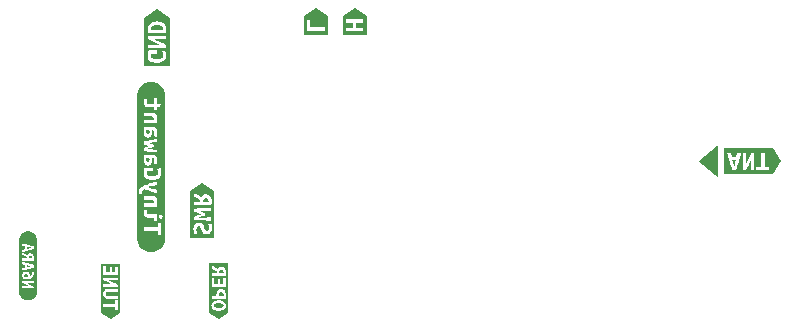
<source format=gbr>
%TF.GenerationSoftware,KiCad,Pcbnew,9.0.5*%
%TF.CreationDate,2025-11-29T21:51:22-08:00*%
%TF.ProjectId,TinyGawant,54696e79-4761-4776-916e-742e6b696361,rev?*%
%TF.SameCoordinates,Original*%
%TF.FileFunction,Legend,Bot*%
%TF.FilePolarity,Positive*%
%FSLAX46Y46*%
G04 Gerber Fmt 4.6, Leading zero omitted, Abs format (unit mm)*
G04 Created by KiCad (PCBNEW 9.0.5) date 2025-11-29 21:51:22*
%MOMM*%
%LPD*%
G01*
G04 APERTURE LIST*
%ADD10C,0.100000*%
%ADD11C,0.000000*%
G04 APERTURE END LIST*
D10*
X171704000Y-125720595D02*
X170180000Y-124460000D01*
X171704000Y-123190000D01*
X171704000Y-125720595D01*
G36*
X171704000Y-125720595D02*
G01*
X170180000Y-124460000D01*
X171704000Y-123190000D01*
X171704000Y-125720595D01*
G37*
D11*
%TO.C,kibuzzard-6923ECB0*%
G36*
X173305850Y-124509273D02*
G01*
X173273136Y-124658304D01*
X173234364Y-124808546D01*
X173189534Y-124969693D01*
X173144703Y-124808546D01*
X173105931Y-124658304D01*
X173072005Y-124509273D01*
X173041715Y-124354184D01*
X173334929Y-124354184D01*
X173305850Y-124509273D01*
G37*
G36*
X173456093Y-123356607D02*
G01*
X174658031Y-123356607D01*
X175765463Y-123356607D01*
X176160454Y-123356607D01*
X176463362Y-123356607D01*
X177198957Y-124460000D01*
X176463362Y-125563393D01*
X176160454Y-125563393D01*
X172607950Y-125563393D01*
X172305043Y-125563393D01*
X172305043Y-123760485D01*
X172607950Y-123760485D01*
X172650697Y-123934717D01*
X172693637Y-124102649D01*
X172736771Y-124264281D01*
X172780099Y-124419612D01*
X172823621Y-124568643D01*
X172877690Y-124748646D01*
X172930850Y-124923954D01*
X172983102Y-125094567D01*
X173034445Y-125260485D01*
X173359162Y-125260485D01*
X173909243Y-125260485D01*
X174149146Y-125260485D01*
X174216997Y-125149317D01*
X174284849Y-125029063D01*
X174351791Y-124904568D01*
X174416917Y-124780679D01*
X174478710Y-124658910D01*
X174535656Y-124540775D01*
X174586242Y-124431729D01*
X174628952Y-124337221D01*
X174628952Y-125260485D01*
X174897934Y-125260485D01*
X174897934Y-125013312D01*
X175069986Y-125013312D01*
X175069986Y-125260485D01*
X176160454Y-125260485D01*
X176160454Y-125013312D01*
X175765463Y-125013312D01*
X175765463Y-123760485D01*
X175464978Y-123760485D01*
X175464978Y-125013312D01*
X175069986Y-125013312D01*
X174897934Y-125013312D01*
X174897934Y-123760485D01*
X174658031Y-123760485D01*
X174588160Y-123926747D01*
X174514251Y-124092741D01*
X174436303Y-124258465D01*
X174354316Y-124424190D01*
X174268290Y-124590183D01*
X174178225Y-124756446D01*
X174178225Y-123760485D01*
X173909243Y-123760485D01*
X173909243Y-125260485D01*
X173359162Y-125260485D01*
X173412398Y-125093204D01*
X173465483Y-124920925D01*
X173518416Y-124743648D01*
X173571198Y-124561373D01*
X173613120Y-124411082D01*
X173654558Y-124255848D01*
X173695511Y-124095670D01*
X173735980Y-123930549D01*
X173775963Y-123760485D01*
X173456093Y-123760485D01*
X173385818Y-124107011D01*
X172985980Y-124107011D01*
X172918128Y-123760485D01*
X172607950Y-123760485D01*
X172305043Y-123760485D01*
X172305043Y-123356607D01*
X172607950Y-123356607D01*
X173456093Y-123356607D01*
G37*
%TO.C,kibuzzard-6923F404*%
G36*
X142099423Y-112183464D02*
G01*
X142099423Y-112486372D01*
X142099423Y-113479910D01*
X142099423Y-113782818D01*
X140094577Y-113782818D01*
X140094577Y-113479910D01*
X140094577Y-112784433D01*
X140296515Y-112784433D01*
X140958066Y-112784433D01*
X140958066Y-113181849D01*
X140296515Y-113181849D01*
X140296515Y-113479910D01*
X141796515Y-113479910D01*
X141796515Y-113181849D01*
X141205239Y-113181849D01*
X141205239Y-112784433D01*
X141796515Y-112784433D01*
X141796515Y-112486372D01*
X140296515Y-112486372D01*
X140296515Y-112784433D01*
X140094577Y-112784433D01*
X140094577Y-112486372D01*
X140094577Y-112183464D01*
X141097000Y-111515182D01*
X142099423Y-112183464D01*
G37*
%TO.C,kibuzzard-6923ED1D*%
G36*
X124522015Y-112973302D02*
G01*
X124684373Y-113024191D01*
X124797055Y-113123544D01*
X124839462Y-113285903D01*
X124838250Y-113329522D01*
X124832192Y-113373141D01*
X123824115Y-113373141D01*
X123821691Y-113346485D01*
X123821691Y-113319829D01*
X123860464Y-113148989D01*
X123967087Y-113037519D01*
X124128234Y-112976937D01*
X124226074Y-112963306D01*
X124333000Y-112958763D01*
X124522015Y-112973302D01*
G37*
G36*
X125418622Y-112352947D02*
G01*
X125418622Y-112655855D01*
X125418622Y-116159893D01*
X125418622Y-116462801D01*
X123247378Y-116462801D01*
X123247378Y-116159893D01*
X123247378Y-115546808D01*
X123550286Y-115546808D01*
X123562705Y-115680390D01*
X123599963Y-115800039D01*
X123661756Y-115904542D01*
X123747782Y-115992688D01*
X123858040Y-116063569D01*
X123992532Y-116116275D01*
X124150952Y-116148989D01*
X124333000Y-116159893D01*
X124513230Y-116147171D01*
X124671045Y-116109005D01*
X124805839Y-116049029D01*
X124917006Y-115970879D01*
X125003941Y-115875766D01*
X125066037Y-115764901D01*
X125103295Y-115641921D01*
X125115714Y-115510459D01*
X125102386Y-115354158D01*
X125072095Y-115234207D01*
X125035746Y-115150604D01*
X125006667Y-115100927D01*
X124769187Y-115178472D01*
X124829769Y-115309328D01*
X124856425Y-115469263D01*
X124817653Y-115648585D01*
X124709817Y-115768536D01*
X124545036Y-115836388D01*
X124444167Y-115851836D01*
X124333000Y-115856985D01*
X124169430Y-115847562D01*
X124037362Y-115819290D01*
X123936796Y-115772171D01*
X123841380Y-115667365D01*
X123809575Y-115522575D01*
X123811998Y-115464417D01*
X123819268Y-115406258D01*
X124366926Y-115406258D01*
X124366926Y-115108197D01*
X123618137Y-115108197D01*
X123574519Y-115274191D01*
X123556344Y-115398686D01*
X123550286Y-115546808D01*
X123247378Y-115546808D01*
X123247378Y-114633237D01*
X123581788Y-114633237D01*
X123581788Y-114902220D01*
X125081788Y-114902220D01*
X125081788Y-114662317D01*
X124970621Y-114594465D01*
X124850367Y-114526614D01*
X124725872Y-114459671D01*
X124601982Y-114394546D01*
X124480213Y-114332753D01*
X124362079Y-114275806D01*
X124253032Y-114225221D01*
X124158525Y-114182511D01*
X125081788Y-114182511D01*
X125081788Y-113913528D01*
X123581788Y-113913528D01*
X123581788Y-114153431D01*
X123748051Y-114223302D01*
X123914045Y-114297212D01*
X124079769Y-114375160D01*
X124245493Y-114457147D01*
X124411487Y-114543173D01*
X124577750Y-114633237D01*
X123581788Y-114633237D01*
X123247378Y-114633237D01*
X123247378Y-114153431D01*
X123247378Y-113351331D01*
X123562402Y-113351331D01*
X123570884Y-113507632D01*
X123598751Y-113671202D01*
X125062402Y-113671202D01*
X125091481Y-113479764D01*
X125098751Y-113312559D01*
X125087847Y-113171101D01*
X125055132Y-113042365D01*
X124999095Y-112929380D01*
X124918218Y-112835176D01*
X124812200Y-112759752D01*
X124680738Y-112703108D01*
X124521712Y-112667668D01*
X124333000Y-112655855D01*
X124140048Y-112668880D01*
X123977992Y-112707955D01*
X123845015Y-112770051D01*
X123739300Y-112852139D01*
X123659636Y-112953007D01*
X123604809Y-113071444D01*
X123573004Y-113205027D01*
X123562402Y-113351331D01*
X123247378Y-113351331D01*
X123247378Y-112655855D01*
X123247378Y-112352947D01*
X124333000Y-111629199D01*
X125418622Y-112352947D01*
G37*
%TO.C,kibuzzard-6923F3E6*%
G36*
X138847908Y-112225737D02*
G01*
X138847908Y-112528645D01*
X138847908Y-113471294D01*
X138847908Y-113774202D01*
X136742092Y-113774202D01*
X136742092Y-113471294D01*
X137045000Y-113471294D01*
X138545000Y-113471294D01*
X138545000Y-113170809D01*
X137292173Y-113170809D01*
X137292173Y-112528645D01*
X137045000Y-112528645D01*
X137045000Y-113471294D01*
X136742092Y-113471294D01*
X136742092Y-112528645D01*
X136742092Y-112225737D01*
X137795000Y-111523798D01*
X138847908Y-112225737D01*
G37*
%TO.C,kibuzzard-692298D5*%
G36*
X129859548Y-133675613D02*
G01*
X129916737Y-133719232D01*
X129950178Y-133786598D01*
X129961325Y-133872382D01*
X129960355Y-133905338D01*
X129955509Y-133944110D01*
X129594927Y-133944110D01*
X129594927Y-133891768D01*
X129606801Y-133786598D01*
X129642423Y-133715354D01*
X129777157Y-133661073D01*
X129859548Y-133675613D01*
G37*
G36*
X129858821Y-135569393D02*
G01*
X129917706Y-135612285D01*
X129950420Y-135678925D01*
X129961325Y-135764466D01*
X129960355Y-135823593D01*
X129955509Y-135882721D01*
X129567787Y-135882721D01*
X129567787Y-135785791D01*
X129579176Y-135685467D01*
X129613344Y-135613254D01*
X129675137Y-135569635D01*
X129769402Y-135555096D01*
X129858821Y-135569393D01*
G37*
G36*
X129640727Y-136522220D02*
G01*
X129719968Y-136527309D01*
X129852763Y-136554450D01*
X129941939Y-136611639D01*
X129974895Y-136710508D01*
X129941939Y-136809377D01*
X129851793Y-136866566D01*
X129718998Y-136893707D01*
X129640485Y-136898795D01*
X129556155Y-136900492D01*
X129471583Y-136898795D01*
X129392342Y-136893707D01*
X129259548Y-136866566D01*
X129170372Y-136809377D01*
X129137415Y-136710508D01*
X129170372Y-136612608D01*
X129260517Y-136554450D01*
X129393312Y-136527309D01*
X129471826Y-136522220D01*
X129556155Y-136520524D01*
X129640727Y-136522220D01*
G37*
G36*
X130343877Y-133339264D02*
G01*
X130343877Y-137142818D01*
X130343877Y-137336679D01*
X129540000Y-137872597D01*
X128736123Y-137336679D01*
X128736123Y-137142818D01*
X128736123Y-136708569D01*
X128929984Y-136708569D01*
X128947539Y-136838348D01*
X129000205Y-136945941D01*
X129087981Y-137031348D01*
X129176490Y-137080116D01*
X129284023Y-137114950D01*
X129410578Y-137135851D01*
X129556155Y-137142818D01*
X129701733Y-137135669D01*
X129828288Y-137114223D01*
X129935820Y-137078480D01*
X130024330Y-137028440D01*
X130112106Y-136942279D01*
X130164771Y-136836302D01*
X130182326Y-136710508D01*
X130164771Y-136580836D01*
X130112106Y-136473567D01*
X130024330Y-136388698D01*
X129935820Y-136340354D01*
X129828288Y-136305823D01*
X129701733Y-136285104D01*
X129556155Y-136278198D01*
X129410578Y-136285225D01*
X129284023Y-136306307D01*
X129176490Y-136341445D01*
X129087981Y-136390637D01*
X129000205Y-136475936D01*
X128947539Y-136581913D01*
X128929984Y-136708569D01*
X128736123Y-136708569D01*
X128736123Y-136121170D01*
X128955186Y-136121170D01*
X130139677Y-136121170D01*
X130153247Y-136042656D01*
X130161971Y-135954450D01*
X130166817Y-135867212D01*
X130168756Y-135791606D01*
X130158309Y-135650519D01*
X130126968Y-135532263D01*
X130074733Y-135436841D01*
X129998805Y-135366835D01*
X129896381Y-135324832D01*
X129767464Y-135310831D01*
X129637254Y-135324940D01*
X129533538Y-135367266D01*
X129456317Y-135437810D01*
X129403005Y-135534202D01*
X129371018Y-135654073D01*
X129360355Y-135797422D01*
X129360355Y-135882721D01*
X128955186Y-135882721D01*
X128955186Y-136121170D01*
X128736123Y-136121170D01*
X128736123Y-135882721D01*
X128736123Y-135134417D01*
X128736123Y-134364789D01*
X128955186Y-134364789D01*
X128955186Y-135134417D01*
X130155186Y-135134417D01*
X130155186Y-134407438D01*
X129957447Y-134407438D01*
X129957447Y-134895968D01*
X129687981Y-134895968D01*
X129687981Y-134471412D01*
X129490242Y-134471412D01*
X129490242Y-134895968D01*
X129152924Y-134895968D01*
X129152924Y-134364789D01*
X128955186Y-134364789D01*
X128736123Y-134364789D01*
X128736123Y-133589345D01*
X128955186Y-133589345D01*
X129069321Y-133637568D01*
X129179095Y-133693060D01*
X129287415Y-133754369D01*
X129397189Y-133820039D01*
X129397189Y-133944110D01*
X128955186Y-133944110D01*
X128955186Y-134182560D01*
X130137738Y-134182560D01*
X130152278Y-134105984D01*
X130161971Y-134021655D01*
X130166817Y-133940233D01*
X130168756Y-133872382D01*
X130162940Y-133774482D01*
X130145493Y-133686275D01*
X130115929Y-133608731D01*
X130073764Y-133542818D01*
X129950662Y-133450734D01*
X129869483Y-133426744D01*
X129775218Y-133418747D01*
X129675380Y-133429409D01*
X129585234Y-133461396D01*
X129510113Y-133518101D01*
X129455347Y-133602915D01*
X129343877Y-133533125D01*
X129215929Y-133461396D01*
X129082165Y-133394514D01*
X128955186Y-133339264D01*
X128955186Y-133589345D01*
X128736123Y-133589345D01*
X128736123Y-133339264D01*
X128736123Y-133145403D01*
X130343877Y-133145403D01*
X130343877Y-133339264D01*
G37*
%TO.C,kibuzzard-692298E1*%
G36*
X121186307Y-133369959D02*
G01*
X121186307Y-137121170D01*
X121186307Y-137315031D01*
X120396000Y-137841903D01*
X119605693Y-137315031D01*
X119605693Y-137121170D01*
X119605693Y-136805177D01*
X119792446Y-136805177D01*
X120794708Y-136805177D01*
X120794708Y-137121170D01*
X120992446Y-137121170D01*
X120992446Y-136248795D01*
X120794708Y-136248795D01*
X120794708Y-136564789D01*
X119792446Y-136564789D01*
X119792446Y-136805177D01*
X119605693Y-136805177D01*
X119605693Y-136564789D01*
X119605693Y-135719555D01*
X119767244Y-135719555D01*
X119775241Y-135826421D01*
X119799231Y-135914385D01*
X119891315Y-136039425D01*
X119957712Y-136079167D01*
X120036711Y-136105338D01*
X120126856Y-136119878D01*
X120226695Y-136124724D01*
X120992446Y-136124724D01*
X120992446Y-135884337D01*
X120242204Y-135884337D01*
X120115225Y-135876582D01*
X120032834Y-135850411D01*
X119988246Y-135799038D01*
X119974675Y-135715677D01*
X119988246Y-135632317D01*
X120033803Y-135579975D01*
X120117163Y-135552834D01*
X120244142Y-135545080D01*
X120992446Y-135545080D01*
X120992446Y-135306631D01*
X120226695Y-135306631D01*
X120126856Y-135311477D01*
X120036711Y-135326017D01*
X119957712Y-135352673D01*
X119891315Y-135393868D01*
X119838246Y-135450088D01*
X119799231Y-135521816D01*
X119775241Y-135610992D01*
X119767244Y-135719555D01*
X119605693Y-135719555D01*
X119605693Y-134926663D01*
X119792446Y-134926663D01*
X119792446Y-135141849D01*
X120992446Y-135141849D01*
X120992446Y-134949926D01*
X120903512Y-134895645D01*
X120807309Y-134841364D01*
X120707712Y-134787810D01*
X120608601Y-134735710D01*
X120511186Y-134686275D01*
X120416679Y-134640718D01*
X120329441Y-134600249D01*
X120253835Y-134566081D01*
X120992446Y-134566081D01*
X120992446Y-134350896D01*
X119792446Y-134350896D01*
X119792446Y-134542818D01*
X119925456Y-134598715D01*
X120058251Y-134657842D01*
X120190830Y-134720201D01*
X120323410Y-134785791D01*
X120456205Y-134854611D01*
X120589215Y-134926663D01*
X119792446Y-134926663D01*
X119605693Y-134926663D01*
X119605693Y-134542818D01*
X119605693Y-134139587D01*
X119605693Y-133369959D01*
X119792446Y-133369959D01*
X119792446Y-134139587D01*
X120992446Y-134139587D01*
X120992446Y-133412608D01*
X120794708Y-133412608D01*
X120794708Y-133901138D01*
X120525241Y-133901138D01*
X120525241Y-133476582D01*
X120327502Y-133476582D01*
X120327502Y-133901138D01*
X119990184Y-133901138D01*
X119990184Y-133369959D01*
X119792446Y-133369959D01*
X119605693Y-133369959D01*
X119605693Y-133176097D01*
X121186307Y-133176097D01*
X121186307Y-133369959D01*
G37*
%TO.C,kibuzzard-6922A9F4*%
G36*
X128572725Y-127610343D02*
G01*
X128644212Y-127664866D01*
X128686013Y-127749075D01*
X128699947Y-127856304D01*
X128698735Y-127897500D01*
X128692677Y-127945965D01*
X128241950Y-127945965D01*
X128241950Y-127880537D01*
X128256792Y-127749075D01*
X128301320Y-127660020D01*
X128469737Y-127592169D01*
X128572725Y-127610343D01*
G37*
G36*
X129178137Y-126987968D02*
G01*
X129178137Y-127189907D01*
X129178137Y-130701215D01*
X129178137Y-131004123D01*
X127107863Y-131004123D01*
X127107863Y-130701215D01*
X127107863Y-130235949D01*
X127410771Y-130235949D01*
X127420767Y-130403760D01*
X127450754Y-130534010D01*
X127524664Y-130701215D01*
X127766990Y-130613978D01*
X127694292Y-130457677D01*
X127668848Y-130356809D01*
X127660367Y-130235949D01*
X127676118Y-130111151D01*
X127719737Y-130032395D01*
X127782742Y-129992411D01*
X127854228Y-129981506D01*
X127936619Y-130008162D01*
X128000835Y-130076013D01*
X128051724Y-130168097D01*
X128094131Y-130269875D01*
X128149866Y-130410424D01*
X128229834Y-130542492D01*
X128349785Y-130640634D01*
X128527895Y-130679406D01*
X128715698Y-130645177D01*
X128857459Y-130542492D01*
X128923425Y-130439772D01*
X128963005Y-130314166D01*
X128976199Y-130165674D01*
X128968323Y-130036333D01*
X128944696Y-129924560D01*
X128874422Y-129751296D01*
X128644212Y-129838534D01*
X128702370Y-129973025D01*
X128726603Y-130143865D01*
X128707486Y-130275798D01*
X128650135Y-130354958D01*
X128554551Y-130381345D01*
X128478218Y-130357112D01*
X128420060Y-130295319D01*
X128375229Y-130210505D01*
X128338880Y-130117209D01*
X128279511Y-129970602D01*
X128192273Y-129830052D01*
X128056570Y-129724640D01*
X127964789Y-129693744D01*
X127851805Y-129683445D01*
X127664910Y-129717673D01*
X127525876Y-129820359D01*
X127461928Y-129927387D01*
X127423560Y-130065917D01*
X127410771Y-130235949D01*
X127107863Y-130235949D01*
X127107863Y-128762605D01*
X127442273Y-128762605D01*
X127600694Y-128815917D01*
X127770625Y-128869228D01*
X127942374Y-128922540D01*
X128106247Y-128975852D01*
X127946918Y-129030375D01*
X127774260Y-129087322D01*
X127601603Y-129143057D01*
X127442273Y-129193946D01*
X127442273Y-129441118D01*
X127614628Y-129459293D01*
X127797281Y-129475044D01*
X127986296Y-129488675D01*
X128177733Y-129500488D01*
X128370989Y-129510484D01*
X128565456Y-129518663D01*
X128757196Y-129525327D01*
X128942273Y-129530779D01*
X128942273Y-129254527D01*
X128796877Y-129256950D01*
X128646635Y-129259374D01*
X128494272Y-129261797D01*
X128342515Y-129264220D01*
X128192879Y-129266644D01*
X128046877Y-129269067D01*
X127907237Y-129270884D01*
X127776683Y-129271490D01*
X127946312Y-129221813D01*
X128128057Y-129168501D01*
X128292838Y-129121248D01*
X128411578Y-129087322D01*
X128411578Y-128869228D01*
X128297685Y-128840149D01*
X128147443Y-128797742D01*
X127970544Y-128746854D01*
X127776683Y-128692330D01*
X127907237Y-128692936D01*
X128046877Y-128694753D01*
X128192576Y-128697177D01*
X128341304Y-128699600D01*
X128492455Y-128702023D01*
X128645423Y-128704446D01*
X128796574Y-128706264D01*
X128942273Y-128706870D01*
X128942273Y-128430618D01*
X128755379Y-128437887D01*
X128563032Y-128445157D01*
X128368565Y-128453033D01*
X128175310Y-128462120D01*
X127984175Y-128472722D01*
X127796069Y-128485141D01*
X127614325Y-128499378D01*
X127442273Y-128515432D01*
X127442273Y-128762605D01*
X127107863Y-128762605D01*
X127107863Y-128515432D01*
X127107863Y-127502508D01*
X127442273Y-127502508D01*
X127584943Y-127562786D01*
X127722160Y-127632152D01*
X127857560Y-127708788D01*
X127994777Y-127790876D01*
X127994777Y-127945965D01*
X127442273Y-127945965D01*
X127442273Y-128244026D01*
X128920464Y-128244026D01*
X128938638Y-128148307D01*
X128950754Y-128042896D01*
X128956813Y-127941118D01*
X128959236Y-127856304D01*
X128951966Y-127733929D01*
X128930157Y-127623671D01*
X128893202Y-127526740D01*
X128840496Y-127444349D01*
X128686619Y-127329244D01*
X128585145Y-127299257D01*
X128467313Y-127289261D01*
X128342515Y-127302589D01*
X128229834Y-127342572D01*
X128135932Y-127413453D01*
X128067475Y-127519471D01*
X127928137Y-127432233D01*
X127768202Y-127342572D01*
X127600997Y-127258970D01*
X127442273Y-127189907D01*
X127442273Y-127502508D01*
X127107863Y-127502508D01*
X127107863Y-127189907D01*
X127107863Y-126987968D01*
X128143000Y-126297877D01*
X129178137Y-126987968D01*
G37*
%TO.C,kibuzzard-676A6A04*%
G36*
X123694718Y-121926920D02*
G01*
X123698239Y-121999690D01*
X123692371Y-122086545D01*
X123672418Y-122160488D01*
X123632512Y-122210958D01*
X123564437Y-122229737D01*
X123457629Y-122173399D01*
X123425939Y-122027859D01*
X123427113Y-121936310D01*
X123432981Y-121858845D01*
X123686502Y-121858845D01*
X123694718Y-121926920D01*
G37*
G36*
X123694718Y-124274338D02*
G01*
X123698239Y-124347108D01*
X123692371Y-124433962D01*
X123672418Y-124507906D01*
X123632512Y-124558376D01*
X123564437Y-124577155D01*
X123457629Y-124520817D01*
X123425939Y-124375277D01*
X123427113Y-124283728D01*
X123432981Y-124206263D01*
X123686502Y-124206263D01*
X123694718Y-124274338D01*
G37*
G36*
X123942191Y-117776183D02*
G01*
X124058254Y-117793399D01*
X124172070Y-117821909D01*
X124282543Y-117861437D01*
X124388610Y-117911603D01*
X124489250Y-117971924D01*
X124583492Y-118041818D01*
X124670430Y-118120614D01*
X124749225Y-118207552D01*
X124819120Y-118301794D01*
X124879441Y-118402433D01*
X124929607Y-118508501D01*
X124969135Y-118618974D01*
X124997645Y-118732790D01*
X125014861Y-118848853D01*
X125020618Y-118966044D01*
X125020618Y-119161662D01*
X125020618Y-130774338D01*
X125020618Y-130969956D01*
X125014861Y-131087147D01*
X124997645Y-131203210D01*
X124969135Y-131317026D01*
X124929607Y-131427499D01*
X124879441Y-131533567D01*
X124819120Y-131634206D01*
X124749225Y-131728448D01*
X124670430Y-131815386D01*
X124583492Y-131894182D01*
X124489250Y-131964076D01*
X124388610Y-132024397D01*
X124282543Y-132074563D01*
X124172070Y-132114091D01*
X124058254Y-132142601D01*
X123942191Y-132159817D01*
X123825000Y-132165574D01*
X123707809Y-132159817D01*
X123591746Y-132142601D01*
X123477930Y-132114091D01*
X123367457Y-132074563D01*
X123261390Y-132024397D01*
X123160750Y-131964076D01*
X123066508Y-131894182D01*
X122979570Y-131815386D01*
X122900775Y-131728448D01*
X122830880Y-131634206D01*
X122770559Y-131533567D01*
X122720393Y-131427499D01*
X122680865Y-131317026D01*
X122652355Y-131203210D01*
X122635139Y-131087147D01*
X122629382Y-130969956D01*
X122629382Y-130774338D01*
X122629382Y-130391709D01*
X123219366Y-130391709D01*
X124432981Y-130391709D01*
X124432981Y-130774338D01*
X124672418Y-130774338D01*
X124672418Y-129718000D01*
X124432981Y-129718000D01*
X124432981Y-130100629D01*
X123219366Y-130100629D01*
X123219366Y-130391709D01*
X122629382Y-130391709D01*
X122629382Y-130100629D01*
X122629382Y-128875277D01*
X123193545Y-128875277D01*
X123201761Y-128978857D01*
X123226408Y-129064244D01*
X123321479Y-129186310D01*
X123472887Y-129250864D01*
X123568545Y-129264948D01*
X123677113Y-129269643D01*
X124083216Y-129269643D01*
X124083216Y-129574808D01*
X124322653Y-129574808D01*
X124322653Y-129175746D01*
X124456455Y-129175746D01*
X124505751Y-129303681D01*
X124639554Y-129356498D01*
X124775704Y-129303681D01*
X124825000Y-129175746D01*
X124775704Y-129046638D01*
X124639554Y-128992648D01*
X124505751Y-129046638D01*
X124456455Y-129175746D01*
X124322653Y-129175746D01*
X124322653Y-128980911D01*
X123639554Y-128980911D01*
X123492840Y-128944526D01*
X123444718Y-128823634D01*
X123455282Y-128727390D01*
X123498709Y-128600629D01*
X123266315Y-128563070D01*
X123208803Y-128730911D01*
X123193545Y-128875277D01*
X122629382Y-128875277D01*
X122629382Y-127739127D01*
X123219366Y-127739127D01*
X123803873Y-127739127D01*
X123937089Y-127747930D01*
X124026878Y-127774338D01*
X124094953Y-127917531D01*
X124092606Y-127982085D01*
X124085563Y-128048986D01*
X123219366Y-128048986D01*
X123219366Y-128337718D01*
X124287441Y-128337718D01*
X124307981Y-128251157D01*
X124327347Y-128146404D01*
X124341432Y-128027566D01*
X124346127Y-127898751D01*
X124337031Y-127778446D01*
X124309742Y-127680441D01*
X124206455Y-127543117D01*
X124046831Y-127471521D01*
X123949120Y-127455676D01*
X123841432Y-127450394D01*
X123219366Y-127450394D01*
X123219366Y-127739127D01*
X122629382Y-127739127D01*
X122629382Y-127450394D01*
X122629382Y-127032554D01*
X122825000Y-127032554D01*
X122836737Y-127165183D01*
X122867254Y-127264948D01*
X123109038Y-127210958D01*
X123079695Y-127127624D01*
X123071479Y-127048986D01*
X123127817Y-126912836D01*
X123261620Y-126830676D01*
X123405986Y-126899534D01*
X123563654Y-126968391D01*
X123734624Y-127037249D01*
X123871288Y-127087718D01*
X124014847Y-127135840D01*
X124165302Y-127181615D01*
X124322653Y-127225042D01*
X124322653Y-126924573D01*
X124137207Y-126876451D01*
X124038615Y-126848575D01*
X123940023Y-126818939D01*
X123842312Y-126787542D01*
X123746362Y-126754385D01*
X123569131Y-126685136D01*
X123746362Y-126635840D01*
X123842019Y-126610606D01*
X123938850Y-126586545D01*
X124036561Y-126563364D01*
X124134859Y-126540770D01*
X124322653Y-126499690D01*
X124322653Y-126203915D01*
X124169190Y-126247636D01*
X124018662Y-126289596D01*
X123871362Y-126331556D01*
X123727582Y-126375277D01*
X123587031Y-126421345D01*
X123449413Y-126470347D01*
X123315023Y-126522871D01*
X123184155Y-126579502D01*
X123022183Y-126667531D01*
X122910681Y-126763775D01*
X122846127Y-126881146D01*
X122825000Y-127032554D01*
X122629382Y-127032554D01*
X122629382Y-125480911D01*
X123188850Y-125480911D01*
X123200880Y-125610312D01*
X123236972Y-125726216D01*
X123296831Y-125827448D01*
X123380164Y-125912836D01*
X123486972Y-125981498D01*
X123617254Y-126032554D01*
X123770716Y-126064244D01*
X123947066Y-126074808D01*
X124121655Y-126062484D01*
X124274531Y-126025512D01*
X124405106Y-125967413D01*
X124512793Y-125891709D01*
X124597007Y-125799573D01*
X124657160Y-125692178D01*
X124693251Y-125573047D01*
X124705282Y-125445700D01*
X124692371Y-125294291D01*
X124663028Y-125178094D01*
X124627817Y-125097108D01*
X124599648Y-125048986D01*
X124369601Y-125124103D01*
X124428286Y-125250864D01*
X124454108Y-125405793D01*
X124416549Y-125579502D01*
X124312089Y-125695700D01*
X124152465Y-125761427D01*
X124054754Y-125776392D01*
X123947066Y-125781380D01*
X123788615Y-125772251D01*
X123660681Y-125744865D01*
X123563263Y-125699221D01*
X123470833Y-125597695D01*
X123440023Y-125457437D01*
X123442371Y-125401099D01*
X123449413Y-125344761D01*
X123979930Y-125344761D01*
X123979930Y-125056028D01*
X123254577Y-125056028D01*
X123212324Y-125216826D01*
X123194718Y-125337425D01*
X123188850Y-125480911D01*
X122629382Y-125480911D01*
X122629382Y-124396404D01*
X123193545Y-124396404D01*
X123212324Y-124587718D01*
X123274531Y-124734432D01*
X123387207Y-124828329D01*
X123557394Y-124861192D01*
X123719366Y-124823634D01*
X123825000Y-124722695D01*
X123882512Y-124577155D01*
X123900117Y-124405793D01*
X123895423Y-124299573D01*
X123881338Y-124206263D01*
X123916549Y-124206263D01*
X124053873Y-124257906D01*
X124095246Y-124328329D01*
X124109038Y-124436310D01*
X124097300Y-124594761D01*
X124069131Y-124718000D01*
X124301526Y-124757906D01*
X124335563Y-124605324D01*
X124347007Y-124504972D01*
X124350822Y-124401099D01*
X124342899Y-124276392D01*
X124319131Y-124174573D01*
X124229930Y-124030207D01*
X124089085Y-123952742D01*
X123902465Y-123929268D01*
X123245188Y-123929268D01*
X123212324Y-124117061D01*
X123198239Y-124249103D01*
X123193545Y-124396404D01*
X122629382Y-124396404D01*
X122629382Y-123379972D01*
X123219366Y-123379972D01*
X123219366Y-123598282D01*
X123328228Y-123625570D01*
X123448239Y-123651099D01*
X123577934Y-123674866D01*
X123715845Y-123696873D01*
X123860505Y-123716826D01*
X124010446Y-123734432D01*
X124164789Y-123750277D01*
X124322653Y-123764948D01*
X124322653Y-123518469D01*
X124187546Y-123512079D01*
X124054525Y-123505428D01*
X123923592Y-123498516D01*
X123792397Y-123489518D01*
X123658594Y-123476607D01*
X123522183Y-123459784D01*
X123687676Y-123406967D01*
X123833216Y-123367061D01*
X123967019Y-123334197D01*
X124099648Y-123302507D01*
X124099648Y-123093587D01*
X123967019Y-123064244D01*
X123833216Y-123031380D01*
X123687676Y-122993822D01*
X123522183Y-122945700D01*
X123627817Y-122932789D01*
X123728756Y-122922225D01*
X123827054Y-122913716D01*
X123924765Y-122906967D01*
X124119601Y-122897577D01*
X124219073Y-122893763D01*
X124322653Y-122889362D01*
X124322653Y-122642883D01*
X124164202Y-122657040D01*
X124010446Y-122673692D01*
X123861385Y-122692839D01*
X123717019Y-122714479D01*
X123535485Y-122746169D01*
X123369601Y-122780207D01*
X123219366Y-122816592D01*
X123219366Y-123034901D01*
X123353169Y-123083023D01*
X123471714Y-123125277D01*
X123591432Y-123165183D01*
X123728756Y-123206263D01*
X123593779Y-123248516D01*
X123475235Y-123287249D01*
X123355516Y-123328329D01*
X123219366Y-123379972D01*
X122629382Y-123379972D01*
X122629382Y-123034901D01*
X122629382Y-122048986D01*
X123193545Y-122048986D01*
X123212324Y-122240300D01*
X123274531Y-122387014D01*
X123387207Y-122480911D01*
X123557394Y-122513775D01*
X123719366Y-122476216D01*
X123825000Y-122375277D01*
X123882512Y-122229737D01*
X123900117Y-122058376D01*
X123895423Y-121952155D01*
X123881338Y-121858845D01*
X123916549Y-121858845D01*
X124053873Y-121910488D01*
X124095246Y-121980911D01*
X124109038Y-122088892D01*
X124097300Y-122247343D01*
X124069131Y-122370582D01*
X124301526Y-122410488D01*
X124335563Y-122257906D01*
X124347007Y-122157554D01*
X124350822Y-122053681D01*
X124342899Y-121928974D01*
X124319131Y-121827155D01*
X124229930Y-121682789D01*
X124089085Y-121605324D01*
X123902465Y-121581850D01*
X123245188Y-121581850D01*
X123212324Y-121769643D01*
X123198239Y-121901685D01*
X123193545Y-122048986D01*
X122629382Y-122048986D01*
X122629382Y-120696873D01*
X123219366Y-120696873D01*
X123803873Y-120696873D01*
X123937089Y-120705676D01*
X124026878Y-120732085D01*
X124094953Y-120875277D01*
X124092606Y-120939831D01*
X124085563Y-121006732D01*
X123219366Y-121006732D01*
X123219366Y-121295465D01*
X124287441Y-121295465D01*
X124307981Y-121208904D01*
X124327347Y-121104150D01*
X124341432Y-120985312D01*
X124346127Y-120856498D01*
X124337031Y-120736192D01*
X124309742Y-120638188D01*
X124206455Y-120500864D01*
X124046831Y-120429268D01*
X123949120Y-120413423D01*
X123841432Y-120408141D01*
X123219366Y-120408141D01*
X123219366Y-120696873D01*
X122629382Y-120696873D01*
X122629382Y-120408141D01*
X122629382Y-119513775D01*
X123193545Y-119513775D01*
X123209977Y-119692178D01*
X123273357Y-119823634D01*
X123405986Y-119905793D01*
X123504871Y-119926920D01*
X123630164Y-119933962D01*
X124083216Y-119933962D01*
X124083216Y-120185136D01*
X124322653Y-120185136D01*
X124322653Y-119933962D01*
X124599648Y-119933962D01*
X124646596Y-119645230D01*
X124322653Y-119645230D01*
X124322653Y-119182789D01*
X124083216Y-119182789D01*
X124083216Y-119645230D01*
X123637207Y-119645230D01*
X123538615Y-119633493D01*
X123479930Y-119600629D01*
X123451761Y-119548986D01*
X123444718Y-119480911D01*
X123447066Y-119406967D01*
X123455282Y-119341239D01*
X123472887Y-119275512D01*
X123503404Y-119201568D01*
X123254577Y-119161662D01*
X123207629Y-119334197D01*
X123193545Y-119513775D01*
X122629382Y-119513775D01*
X122629382Y-119161662D01*
X122629382Y-118966044D01*
X122635139Y-118848853D01*
X122652355Y-118732790D01*
X122680865Y-118618974D01*
X122720393Y-118508501D01*
X122770559Y-118402433D01*
X122830880Y-118301794D01*
X122900775Y-118207552D01*
X122979570Y-118120614D01*
X123066508Y-118041818D01*
X123160750Y-117971924D01*
X123261390Y-117911603D01*
X123367457Y-117861437D01*
X123477930Y-117821909D01*
X123591746Y-117793399D01*
X123707809Y-117776183D01*
X123825000Y-117770426D01*
X123942191Y-117776183D01*
G37*
%TO.C,kibuzzard-675A8744*%
G36*
X113414912Y-131740454D02*
G01*
X113511156Y-131761581D01*
X113608183Y-131786620D01*
X113712252Y-131815571D01*
X113608183Y-131844523D01*
X113511156Y-131869562D01*
X113414912Y-131891471D01*
X113314756Y-131911033D01*
X113314756Y-131721674D01*
X113414912Y-131740454D01*
G37*
G36*
X113414912Y-133305399D02*
G01*
X113511156Y-133326526D01*
X113608183Y-133351565D01*
X113712252Y-133380516D01*
X113608183Y-133409468D01*
X113511156Y-133434507D01*
X113414912Y-133456416D01*
X113314756Y-133475978D01*
X113314756Y-133286620D01*
X113414912Y-133305399D01*
G37*
G36*
X113661391Y-132493975D02*
G01*
X113707557Y-132529186D01*
X113734552Y-132583568D01*
X113743551Y-132652817D01*
X113742768Y-132679421D01*
X113738856Y-132710720D01*
X113447776Y-132710720D01*
X113447776Y-132668466D01*
X113457362Y-132583568D01*
X113486117Y-132526056D01*
X113594881Y-132482238D01*
X113661391Y-132493975D01*
G37*
G36*
X113351532Y-134061268D02*
G01*
X113381462Y-134106260D01*
X113391438Y-134175509D01*
X113385178Y-134236541D01*
X113367964Y-134288185D01*
X113339795Y-134290532D01*
X113310061Y-134291315D01*
X113223207Y-134285055D01*
X113148872Y-134263146D01*
X113096446Y-134220110D01*
X113076884Y-134152034D01*
X113092534Y-134095696D01*
X113131657Y-134057355D01*
X113183300Y-134035446D01*
X113238074Y-134028404D01*
X113351532Y-134061268D01*
G37*
G36*
X113485574Y-130418870D02*
G01*
X113559429Y-130429825D01*
X113631856Y-130447967D01*
X113702155Y-130473120D01*
X113769650Y-130505043D01*
X113833691Y-130543428D01*
X113893662Y-130587905D01*
X113948984Y-130638046D01*
X113999125Y-130693368D01*
X114043602Y-130753339D01*
X114081987Y-130817380D01*
X114113910Y-130884875D01*
X114139063Y-130955175D01*
X114157205Y-131027601D01*
X114168161Y-131101456D01*
X114171824Y-131176030D01*
X114171824Y-131436854D01*
X114171824Y-135263146D01*
X114171824Y-135523970D01*
X114168161Y-135598544D01*
X114157205Y-135672399D01*
X114139063Y-135744825D01*
X114113910Y-135815125D01*
X114081987Y-135882620D01*
X114043602Y-135946661D01*
X113999125Y-136006631D01*
X113948984Y-136061954D01*
X113893662Y-136112095D01*
X113833691Y-136156572D01*
X113769650Y-136194957D01*
X113702155Y-136226880D01*
X113631856Y-136252033D01*
X113559429Y-136270175D01*
X113485574Y-136281130D01*
X113411000Y-136284794D01*
X113336426Y-136281130D01*
X113262571Y-136270175D01*
X113190144Y-136252033D01*
X113119845Y-136226880D01*
X113052350Y-136194957D01*
X112988309Y-136156572D01*
X112928338Y-136112095D01*
X112873016Y-136061954D01*
X112822875Y-136006631D01*
X112778398Y-135946661D01*
X112740013Y-135882620D01*
X112708090Y-135815125D01*
X112682937Y-135744825D01*
X112664795Y-135672399D01*
X112653839Y-135598544D01*
X112650176Y-135523970D01*
X112650176Y-135263146D01*
X112650176Y-135089437D01*
X112931344Y-135089437D01*
X112931344Y-135263146D01*
X113900045Y-135263146D01*
X113900045Y-135108216D01*
X113828254Y-135064397D01*
X113750593Y-135020579D01*
X113670194Y-134977347D01*
X113590186Y-134935289D01*
X113511548Y-134895383D01*
X113435257Y-134858607D01*
X113364834Y-134825939D01*
X113303801Y-134798357D01*
X113900045Y-134798357D01*
X113900045Y-134624648D01*
X112931344Y-134624648D01*
X112931344Y-134779577D01*
X113038717Y-134824700D01*
X113145916Y-134872431D01*
X113252941Y-134922770D01*
X113359965Y-134975717D01*
X113467164Y-135031273D01*
X113574537Y-135089437D01*
X112931344Y-135089437D01*
X112650176Y-135089437D01*
X112650176Y-134779577D01*
X112650176Y-134147340D01*
X112911000Y-134147340D01*
X112922215Y-134247235D01*
X112955862Y-134329917D01*
X113011939Y-134395383D01*
X113091838Y-134442766D01*
X113196950Y-134471196D01*
X113327275Y-134480673D01*
X113459905Y-134470305D01*
X113576102Y-134439202D01*
X113675476Y-134388928D01*
X113757635Y-134321048D01*
X113822189Y-134236541D01*
X113868746Y-134136385D01*
X113896915Y-134022535D01*
X113906305Y-133896948D01*
X113741986Y-133885994D01*
X113729466Y-134008059D01*
X113692690Y-134117606D01*
X113626180Y-134204460D01*
X113524459Y-134258451D01*
X113544020Y-134200548D01*
X113551063Y-134150469D01*
X113544803Y-134072418D01*
X113526023Y-134007277D01*
X113458731Y-133911033D01*
X113360139Y-133857042D01*
X113241203Y-133840610D01*
X113126962Y-133858607D01*
X113020546Y-133914163D01*
X112941516Y-134009624D01*
X112918629Y-134073005D01*
X112911000Y-134147340D01*
X112650176Y-134147340D01*
X112650176Y-133555790D01*
X112931344Y-133555790D01*
X112931344Y-133756103D01*
X113043864Y-133728498D01*
X113152315Y-133700767D01*
X113256696Y-133672911D01*
X113357009Y-133644930D01*
X113453254Y-133616823D01*
X113569500Y-133581905D01*
X113682714Y-133547574D01*
X113792896Y-133513830D01*
X113900045Y-133480673D01*
X113900045Y-133270970D01*
X113792015Y-133236590D01*
X113680757Y-133202308D01*
X113566272Y-133168124D01*
X113448559Y-133134038D01*
X113351501Y-133106964D01*
X113251250Y-133080203D01*
X113147808Y-133053756D01*
X113041172Y-133027621D01*
X112931344Y-133001800D01*
X112931344Y-133208372D01*
X113155131Y-133253756D01*
X113155131Y-133511972D01*
X112931344Y-133555790D01*
X112650176Y-133555790D01*
X112650176Y-133208372D01*
X112650176Y-132424335D01*
X112931344Y-132424335D01*
X113023480Y-132463263D01*
X113112095Y-132508059D01*
X113199537Y-132557551D01*
X113288152Y-132610563D01*
X113288152Y-132710720D01*
X112931344Y-132710720D01*
X112931344Y-132903208D01*
X113885961Y-132903208D01*
X113897698Y-132841393D01*
X113905523Y-132773318D01*
X113909435Y-132707590D01*
X113911000Y-132652817D01*
X113906305Y-132573787D01*
X113892221Y-132502582D01*
X113868355Y-132439984D01*
X113834318Y-132386776D01*
X113734944Y-132312441D01*
X113669412Y-132293075D01*
X113593316Y-132286620D01*
X113512721Y-132295227D01*
X113439951Y-132321048D01*
X113379310Y-132366823D01*
X113335100Y-132435289D01*
X113245116Y-132378951D01*
X113141829Y-132321048D01*
X113033848Y-132267058D01*
X112931344Y-132222457D01*
X112931344Y-132424335D01*
X112650176Y-132424335D01*
X112650176Y-132222457D01*
X112650176Y-131990845D01*
X112931344Y-131990845D01*
X112931344Y-132191158D01*
X113043864Y-132163552D01*
X113152315Y-132135822D01*
X113256696Y-132107966D01*
X113357009Y-132079984D01*
X113453254Y-132051878D01*
X113569500Y-132016960D01*
X113682714Y-131982629D01*
X113792896Y-131948885D01*
X113900045Y-131915728D01*
X113900045Y-131706025D01*
X113792015Y-131671645D01*
X113680757Y-131637363D01*
X113566272Y-131603179D01*
X113448559Y-131569092D01*
X113351501Y-131542019D01*
X113251250Y-131515258D01*
X113147808Y-131488811D01*
X113041172Y-131462676D01*
X112931344Y-131436854D01*
X112931344Y-131643427D01*
X113155131Y-131688811D01*
X113155131Y-131947027D01*
X112931344Y-131990845D01*
X112650176Y-131990845D01*
X112650176Y-131643427D01*
X112650176Y-131436854D01*
X112650176Y-131176030D01*
X112653839Y-131101456D01*
X112664795Y-131027601D01*
X112682937Y-130955175D01*
X112708090Y-130884875D01*
X112740013Y-130817380D01*
X112778398Y-130753339D01*
X112822875Y-130693368D01*
X112873016Y-130638046D01*
X112928338Y-130587905D01*
X112988309Y-130543428D01*
X113052350Y-130505043D01*
X113119845Y-130473120D01*
X113190144Y-130447967D01*
X113262571Y-130429825D01*
X113336426Y-130418870D01*
X113411000Y-130415206D01*
X113485574Y-130418870D01*
G37*
%TD*%
M02*

</source>
